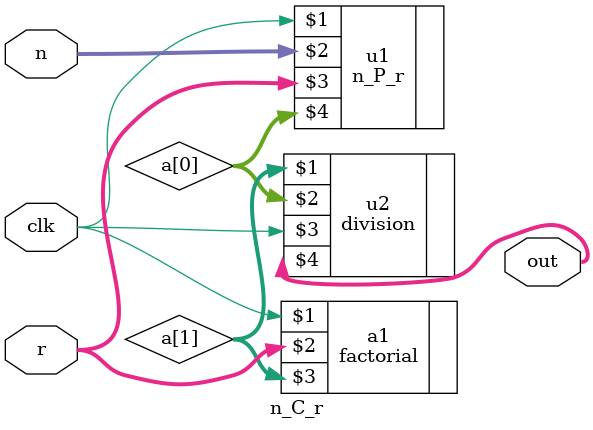
<source format=v>
`timescale 1ns / 1ps


module n_C_r(clk,n,r,out);
input clk;
input [35:0] n,r;
output [35:0] out;
wire [35:0] a [1:0];
n_P_r u1(clk,n,r,a[0]);
factorial a1(clk,r,a[1]);
division u2(a[1],a[0],clk,out);
endmodule

</source>
